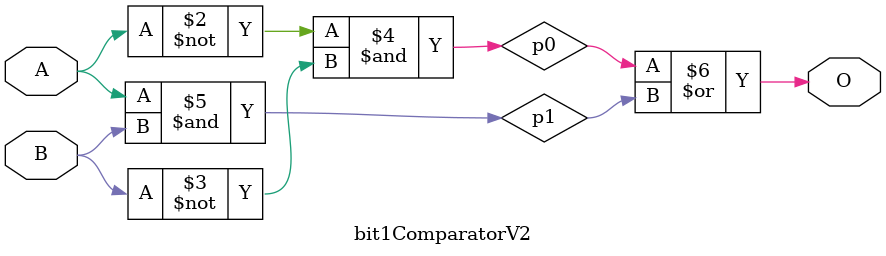
<source format=v>
module bit1ComparatorV2
(
    input wire A,
    input wire B,
    output reg O
);

reg p0, p1;

// always @(A, B) 
// begin
//     O = (A==B) ? 1'b1 : 1'b0;
// end

always @(A, B) 
begin
    p0 = ~A & ~B;
    p1 = A & B;
    O = p0 | p1;
end

// always @(*) 
// begin
//    if (A==B)
//    begin
//         O = 1'b1;
//    end
//     else
//     begin
//         O = 1'b0;
//     end
// end

// always @(*) 
// begin
//     case({A,B})
//         2'b00: O = 1'b1;
//         2'b01: O = 1'b0;
//         2'b10: O = 1'b0;
//         2'b11: O = 1'b1;
//         default: O = 1'b0;
//     endcase
// end

endmodule
</source>
